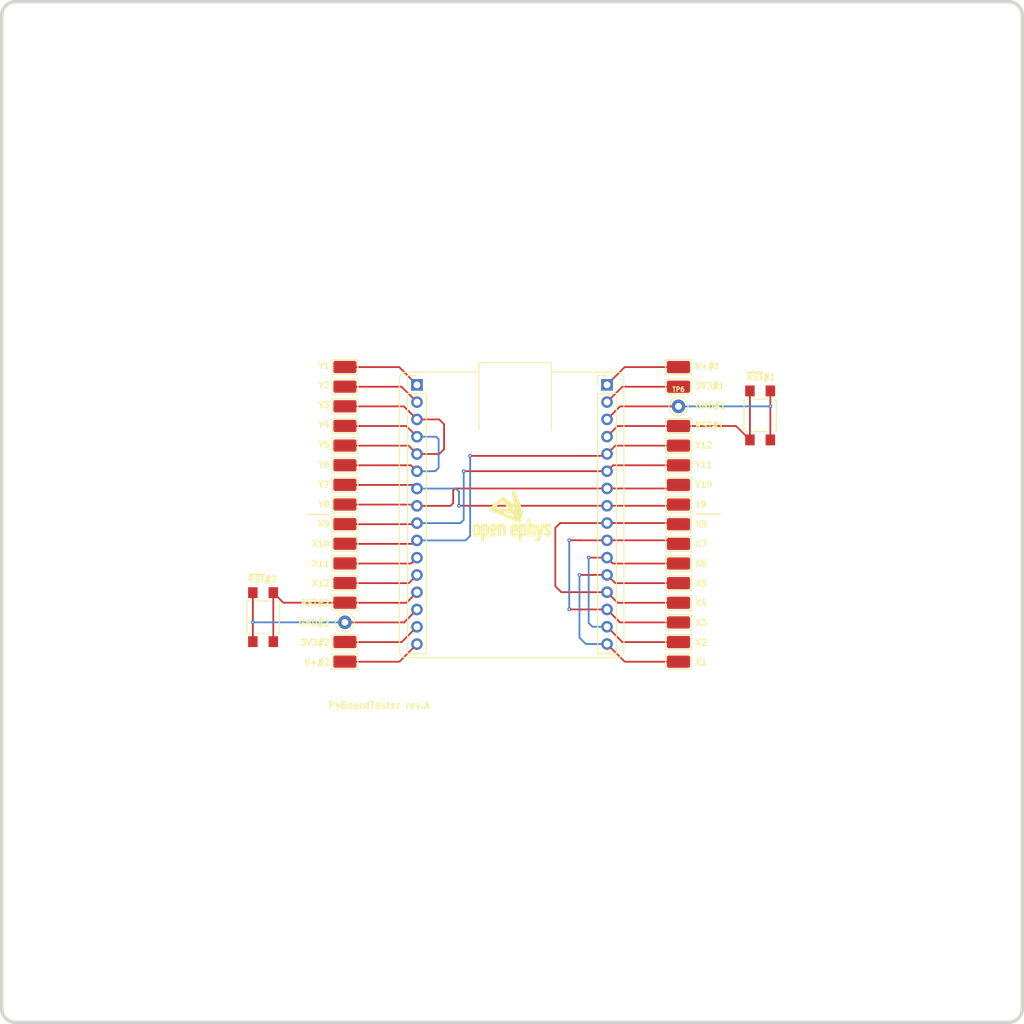
<source format=kicad_pcb>
(kicad_pcb (version 20241229) (generator "pcbnew") (generator_version "9.0")
  (layers (0 "F.Cu" signal) (2 "B.Cu" signal) (13 "F.Paste" user) (15 "B.Paste" user) (5 "F.SilkS" user "F.Silkscreen") (7 "B.SilkS" user "B.Silkscreen") (1 "F.Mask" user) (3 "B.Mask" user) (25 "Edge.Cuts" user))
  (net 0 "")
  (net 1 "/~{RST}#2")
  (net 2 "+3V3#2")
  (net 3 "V+#2")
  (net 4 "V+#1")
  (net 5 "+3V3#1")
  (net 6 "/~{RST}#1")
  (net 7 "/PC5-X12")
  (net 8 "/PC7-Y2")
  (net 9 "GND#2")
  (net 10 "/PB13-Y6")
  (net 11 "/PB12-Y5")
  (net 12 "/PC6-Y1")
  (net 13 "/PA2-X3")
  (net 14 "/PA3-X4")
  (net 15 "/PC4-X11")
  (net 16 "/PA0-X1")
  (net 17 "/PB0-Y11")
  (net 18 "/PB11-Y10")
  (net 19 "GND#1")
  (net 20 "/PB1-Y12")
  (net 21 "/PB10-Y9")
  (net 22 "/PA1-X2")
  (footprint "TestPoint:TestPoint_Keystone_5015_Micro_Mini" (layer "F.Cu") (at 70.440681 82.689022)
    (property "Reference" "TP1" (hide yes))
    (property "Value" "TestPoint")
    (pad "1" smd roundrect (at 0 0) (size 3.4 1.8) (layers "F.Cu" "F.Mask" "F.Paste") (roundrect_rratio 0.1388888889) (net 12 "/PC6-Y1"))
  )
  (footprint "TestPoint:TestPoint_Keystone_5015_Micro_Mini" (layer "F.Cu") (at 70.440681 97.122355)
    (property "Reference" "TP11" (hide yes))
    (property "Value" "TestPoint")
    (pad "1" smd roundrect (at 0 0) (size 3.4 1.8) (layers "F.Cu" "F.Mask" "F.Paste") (roundrect_rratio 0.1388888889) (net 10 "/PB13-Y6"))
  )
  (footprint "TestPoint:TestPoint_Keystone_5015_Micro_Mini" (layer "F.Cu") (at 119.464 111.5673)
    (property "Reference" "TP22" (hide yes))
    (property "Value" "TestPoint")
    (pad "1" smd roundrect (at 0 0) (size 3.4 1.8) (layers "F.Cu" "F.Mask" "F.Paste") (roundrect_rratio 0.1388888889) (net 22 "/PA1-X2"))
  )
  (footprint "TestPoint:TestPoint_Keystone_5000-5004_Miniature" (layer "F.Cu") (at 70.440681 120.215689)
    (property "Reference" "TP27" (hide yes))
    (property "Value" "TestPoint")
    (pad "1" thru_hole circle (at 0 0) (size 2 2) (drill 1) (layers "*.Cu" "*.Mask") (net 9 "GND#2"))
  )
  (footprint "TestPoint:TestPoint_Keystone_5015_Micro_Mini" (layer "F.Cu") (at 119.464 114.453966)
    (property "Reference" "TP24" (hide yes))
    (property "Value" "TestPoint")
    (pad "1" smd roundrect (at 0 0) (size 3.4 1.8) (layers "F.Cu" "F.Mask" "F.Paste") (roundrect_rratio 0.1388888889) (net 16 "/PA0-X1"))
  )
  (footprint "TestPoint:TestPoint_Keystone_5015_Micro_Mini" (layer "F.Cu") (at 70.440681 85.575689)
    (property "Reference" "TP3" (hide yes))
    (property "Value" "TestPoint")
    (pad "1" smd roundrect (at 0 0) (size 3.4 1.8) (layers "F.Cu" "F.Mask" "F.Paste") (roundrect_rratio 0.1388888889) (net 8 "/PC7-Y2"))
  )
  (footprint "TestPoint:TestPoint_Keystone_5015_Micro_Mini" (layer "F.Cu") (at 119.464 126.000633)
    (property "Reference" "TP32" (hide yes))
    (property "Value" "TestPoint")
    (pad "1" smd roundrect (at 0 0) (size 3.4 1.8) (layers "F.Cu" "F.Mask" "F.Paste") (roundrect_rratio 0.1388888889) (net 16 "/PA0-X1"))
  )
  (footprint "TestPoint:TestPoint_Keystone_5015_Micro_Mini" (layer "F.Cu") (at 119.464 100.020633)
    (property "Reference" "TP14" (hide yes))
    (property "Value" "TestPoint")
    (pad "1" smd roundrect (at 0 0) (size 3.4 1.8) (layers "F.Cu" "F.Mask" "F.Paste") (roundrect_rratio 0.1388888889) (net 18 "/PB11-Y10"))
  )
  (footprint "TestPoint:TestPoint_Keystone_5015_Micro_Mini" (layer "F.Cu") (at 70.440681 117.329022)
    (property "Reference" "TP25" (hide yes))
    (property "Value" "TestPoint")
    (pad "1" smd roundrect (at 0 0) (size 3.4 1.8) (layers "F.Cu" "F.Mask" "F.Paste") (roundrect_rratio 0.1388888889) (net 1 "/~{RST}#2"))
  )
  (footprint "TestPoint:TestPoint_Keystone_5015_Micro_Mini" (layer "F.Cu") (at 70.440681 105.782355)
    (property "Reference" "TP17" (hide yes))
    (property "Value" "TestPoint")
    (pad "1" smd roundrect (at 0 0) (size 3.4 1.8) (layers "F.Cu" "F.Mask" "F.Paste") (roundrect_rratio 0.1388888889) (net 17 "/PB0-Y11"))
  )
  (footprint "TestPoint:TestPoint_Keystone_5015_Micro_Mini" (layer "F.Cu") (at 119.464 94.2473)
    (property "Reference" "TP10" (hide yes))
    (property "Value" "TestPoint")
    (pad "1" smd roundrect (at 0 0) (size 3.4 1.8) (layers "F.Cu" "F.Mask" "F.Paste") (roundrect_rratio 0.1388888889) (net 20 "/PB1-Y12"))
  )
  (footprint "TestPoint:TestPoint_Keystone_5015_Micro_Mini" (layer "F.Cu") (at 70.440681 94.235689)
    (property "Reference" "TP9" (hide yes))
    (property "Value" "TestPoint")
    (pad "1" smd roundrect (at 0 0) (size 3.4 1.8) (layers "F.Cu" "F.Mask" "F.Paste") (roundrect_rratio 0.1388888889) (net 11 "/PB12-Y5"))
  )
  (footprint "Button_Switch_SMD:SW_SPST_TL3305B" (layer "F.Cu") (at 131.464 89.800633 90)
    (property "Reference" "~{RST}#1" (at 5.6 0.15 0) (layer "F.SilkS") (effects (font (size 0.9 0.9) (thickness 0.2) (bold yes))))
    (property "Value" "SW_SPST")
    (pad "1" smd rect (at -3.6 -1.5 90) (size 1.6 1.4) (layers "F.Cu" "F.Mask" "F.Paste") (net 6 "/~{RST}#1"))
    (pad "1" smd rect (at 3.6 -1.5 90) (size 1.6 1.4) (layers "F.Cu" "F.Mask" "F.Paste") (net 6 "/~{RST}#1"))
    (pad "2" smd rect (at -3.6 1.5 90) (size 1.6 1.4) (layers "F.Cu" "F.Mask" "F.Paste") (net 19 "GND#1"))
    (pad "2" smd rect (at 3.6 1.5 90) (size 1.6 1.4) (layers "F.Cu" "F.Mask" "F.Paste") (net 19 "GND#1"))
  )
  (footprint "TestPoint:TestPoint_Keystone_5015_Micro_Mini" (layer "F.Cu") (at 70.440681 111.555689)
    (property "Reference" "TP21" (hide yes))
    (property "Value" "TestPoint")
    (pad "1" smd roundrect (at 0 0) (size 3.4 1.8) (layers "F.Cu" "F.Mask" "F.Paste") (roundrect_rratio 0.1388888889) (net 15 "/PC4-X11"))
  )
  (footprint "TestPoint:TestPoint_Keystone_5015_Micro_Mini" (layer "F.Cu") (at 119.464 108.680633)
    (property "Reference" "TP20" (hide yes))
    (property "Value" "TestPoint")
    (pad "1" smd roundrect (at 0 0) (size 3.4 1.8) (layers "F.Cu" "F.Mask" "F.Paste") (roundrect_rratio 0.1388888889) (net 13 "/PA2-X3"))
  )
  (footprint "TestPoint:TestPoint_Keystone_5015_Micro_Mini" (layer "F.Cu") (at 119.464 117.340633)
    (property "Reference" "TP26" (hide yes))
    (property "Value" "TestPoint")
    (pad "1" smd roundrect (at 0 0) (size 3.4 1.8) (layers "F.Cu" "F.Mask" "F.Paste") (roundrect_rratio 0.1388888889) (net 14 "/PA3-X4"))
  )
  (footprint "TestPoint:TestPoint_Keystone_5015_Micro_Mini" (layer "F.Cu") (at 119.464 120.2273)
    (property "Reference" "TP28" (hide yes))
    (property "Value" "TestPoint")
    (pad "1" smd roundrect (at 0 0) (size 3.4 1.8) (layers "F.Cu" "F.Mask" "F.Paste") (roundrect_rratio 0.1388888889) (net 13 "/PA2-X3"))
  )
  (footprint "TestPoint:TestPoint_Keystone_5015_Micro_Mini" (layer "F.Cu") (at 70.440681 88.462355)
    (property "Reference" "TP5" (hide yes))
    (property "Value" "TestPoint")
    (pad "1" smd roundrect (at 0 0) (size 3.4 1.8) (layers "F.Cu" "F.Mask" "F.Paste") (roundrect_rratio 0.1388888889) (net 11 "/PB12-Y5"))
  )
  (footprint "TestPoint:TestPoint_Keystone_5015_Micro_Mini" (layer "F.Cu") (at 70.440681 91.349022)
    (property "Reference" "TP7" (hide yes))
    (property "Value" "TestPoint")
    (pad "1" smd roundrect (at 0 0) (size 3.4 1.8) (layers "F.Cu" "F.Mask" "F.Paste") (roundrect_rratio 0.1388888889) (net 10 "/PB13-Y6"))
  )
  (footprint "TestPoint:TestPoint_Keystone_5015_Micro_Mini" (layer "F.Cu") (at 119.464 123.113966)
    (property "Reference" "TP30" (hide yes))
    (property "Value" "TestPoint")
    (pad "1" smd roundrect (at 0 0) (size 3.4 1.8) (layers "F.Cu" "F.Mask" "F.Paste") (roundrect_rratio 0.1388888889) (net 22 "/PA1-X2"))
  )
  (footprint "TestPoint:TestPoint_Keystone_5015_Micro_Mini" (layer "F.Cu") (at 70.440681 102.895689)
    (property "Reference" "TP15" (hide yes))
    (property "Value" "TestPoint")
    (pad "1" smd roundrect (at 0 0) (size 3.4 1.8) (layers "F.Cu" "F.Mask" "F.Paste") (roundrect_rratio 0.1388888889) (net 18 "/PB11-Y10"))
  )
  (footprint "Connector_PinHeader_2.54mm:PinHeader_1x16_P2.54mm_Vertical" (layer "F.Cu") (at 81.03 85.312633)
    (property "Reference" "J1" (hide yes))
    (property "Value" "Conn_01x08")
    (pad "1" thru_hole rect (at 0 0) (size 1.7 1.7) (drill 1) (layers "*.Cu" "*.Mask") (net 12 "/PC6-Y1"))
    (pad "2" thru_hole circle (at 0 2.54) (size 1.7 1.7) (drill 1) (layers "*.Cu" "*.Mask") (net 8 "/PC7-Y2"))
    (pad "3" thru_hole circle (at 0 5.08) (size 1.7 1.7) (drill 1) (layers "*.Cu" "*.Mask") (net 11 "/PB12-Y5"))
    (pad "4" thru_hole circle (at 0 7.62) (size 1.7 1.7) (drill 1) (layers "*.Cu" "*.Mask") (net 10 "/PB13-Y6"))
    (pad "5" thru_hole circle (at 0 10.16) (size 1.7 1.7) (drill 1) (layers "*.Cu" "*.Mask") (net 11 "/PB12-Y5"))
    (pad "6" thru_hole circle (at 0 12.7) (size 1.7 1.7) (drill 1) (layers "*.Cu" "*.Mask") (net 10 "/PB13-Y6"))
    (pad "7" thru_hole circle (at 0 15.24) (size 1.7 1.7) (drill 1) (layers "*.Cu" "*.Mask") (net 21 "/PB10-Y9"))
    (pad "8" thru_hole circle (at 0 17.78) (size 1.7 1.7) (drill 1) (layers "*.Cu" "*.Mask") (net 18 "/PB11-Y10"))
    (pad "9" thru_hole circle (at 0 20.32) (size 1.7 1.7) (drill 1) (layers "*.Cu" "*.Mask") (net 17 "/PB0-Y11"))
    (pad "10" thru_hole circle (at 0 22.86) (size 1.7 1.7) (drill 1) (layers "*.Cu" "*.Mask") (net 20 "/PB1-Y12"))
    (pad "11" thru_hole circle (at 0 25.4) (size 1.7 1.7) (drill 1) (layers "*.Cu" "*.Mask") (net 15 "/PC4-X11"))
    (pad "12" thru_hole circle (at 0 27.94) (size 1.7 1.7) (drill 1) (layers "*.Cu" "*.Mask") (net 7 "/PC5-X12"))
    (pad "13" thru_hole circle (at 0 30.48) (size 1.7 1.7) (drill 1) (layers "*.Cu" "*.Mask") (net 1 "/~{RST}#2"))
    (pad "14" thru_hole circle (at 0 33.02) (size 1.7 1.7) (drill 1) (layers "*.Cu" "*.Mask") (net 9 "GND#2"))
    (pad "15" thru_hole circle (at 0 35.56) (size 1.7 1.7) (drill 1) (layers "*.Cu" "*.Mask") (net 2 "+3V3#2"))
    (pad "16" thru_hole circle (at 0 38.1) (size 1.7 1.7) (drill 1) (layers "*.Cu" "*.Mask") (net 3 "V+#2"))
  )
  (footprint "TestPoint:TestPoint_Keystone_5015_Micro_Mini" (layer "F.Cu") (at 70.440681 100.009022)
    (property "Reference" "TP13" (hide yes))
    (property "Value" "TestPoint")
    (pad "1" smd roundrect (at 0 0) (size 3.4 1.8) (layers "F.Cu" "F.Mask" "F.Paste") (roundrect_rratio 0.1388888889) (net 21 "/PB10-Y9"))
  )
  (footprint "TestPoint:TestPoint_Keystone_5015_Micro_Mini" (layer "F.Cu") (at 119.464 97.133966)
    (property "Reference" "TP12" (hide yes))
    (property "Value" "TestPoint")
    (pad "1" smd roundrect (at 0 0) (size 3.4 1.8) (layers "F.Cu" "F.Mask" "F.Paste") (roundrect_rratio 0.1388888889) (net 17 "/PB0-Y11"))
  )
  (footprint "TestPoint:TestPoint_Keystone_5015_Micro_Mini" (layer "F.Cu") (at 70.440681 114.442355)
    (property "Reference" "TP23" (hide yes))
    (property "Value" "TestPoint")
    (pad "1" smd roundrect (at 0 0) (size 3.4 1.8) (layers "F.Cu" "F.Mask" "F.Paste") (roundrect_rratio 0.1388888889) (net 7 "/PC5-X12"))
  )
  (footprint "TestPoint:TestPoint_Keystone_5015_Micro_Mini" (layer "F.Cu") (at 119.464 105.793966)
    (property "Reference" "TP18" (hide yes))
    (property "Value" "TestPoint")
    (pad "1" smd roundrect (at 0 0) (size 3.4 1.8) (layers "F.Cu" "F.Mask" "F.Paste") (roundrect_rratio 0.1388888889) (net 14 "/PA3-X4"))
  )
  (footprint "TestPoint:TestPoint_Keystone_5015_Micro_Mini" (layer "F.Cu") (at 119.464 102.9073)
    (property "Reference" "TP16" (hide yes))
    (property "Value" "TestPoint")
    (pad "1" smd roundrect (at 0 0) (size 3.4 1.8) (layers "F.Cu" "F.Mask" "F.Paste") (roundrect_rratio 0.1388888889) (net 21 "/PB10-Y9"))
  )
  (footprint "TestPoint:TestPoint_Keystone_5015_Micro_Mini" (layer "F.Cu") (at 119.464 82.700633)
    (property "Reference" "TP2" (hide yes))
    (property "Value" "TestPoint")
    (pad "1" smd roundrect (at 0 0) (size 3.4 1.8) (layers "F.Cu" "F.Mask" "F.Paste") (roundrect_rratio 0.1388888889) (net 4 "V+#1"))
  )
  (footprint "Button_Switch_SMD:SW_SPST_TL3305B" (layer "F.Cu") (at 58.414 119.450633 90)
    (property "Reference" "~{RST}#2" (at 5.55 -0.1 0) (layer "F.SilkS") (effects (font (size 0.9 0.9) (thickness 0.2) (bold yes))))
    (property "Value" "SW_SPST")
    (pad "1" smd rect (at -3.6 -1.5 90) (size 1.6 1.4) (layers "F.Cu" "F.Mask" "F.Paste") (net 9 "GND#2"))
    (pad "1" smd rect (at 3.6 -1.5 90) (size 1.6 1.4) (layers "F.Cu" "F.Mask" "F.Paste") (net 9 "GND#2"))
    (pad "2" smd rect (at -3.6 1.5 90) (size 1.6 1.4) (layers "F.Cu" "F.Mask" "F.Paste") (net 1 "/~{RST}#2"))
    (pad "2" smd rect (at 3.6 1.5 90) (size 1.6 1.4) (layers "F.Cu" "F.Mask" "F.Paste") (net 1 "/~{RST}#2"))
  )
  (footprint "PyBoardTester FootprintLib:OEPS Logo" (layer "F.Cu") (at 95 104.565833)
    (property "Reference" "REF**" (hide yes))
    (property "Value" "OEPS Logo" (hide yes))
  )
  (footprint "TestPoint:TestPoint_Keystone_5015_Micro_Mini" (layer "F.Cu") (at 119.464 91.360633)
    (property "Reference" "TP8" (hide yes))
    (property "Value" "TestPoint")
    (pad "1" smd roundrect (at 0 0) (size 3.4 1.8) (layers "F.Cu" "F.Mask" "F.Paste") (roundrect_rratio 0.1388888889) (net 6 "/~{RST}#1"))
  )
  (footprint "TestPoint:TestPoint_Keystone_5000-5004_Miniature" (layer "F.Cu") (at 119.464 88.473966)
    (property "Reference" "TP6" (at 0 -2.5 0) (layer "F.SilkS") (effects (font (size 0.6604 0.6604) (thickness 0.1524))))
    (property "Value" "TestPoint")
    (pad "1" thru_hole circle (at 0 0) (size 2 2) (drill 1) (layers "*.Cu" "*.Mask") (net 19 "GND#1"))
  )
  (footprint "Connector_PinHeader_2.54mm:PinHeader_1x16_P2.54mm_Vertical" (layer "F.Cu") (at 108.964 85.300633)
    (property "Reference" "J2" (hide yes))
    (property "Value" "Conn_01x08")
    (pad "1" thru_hole rect (at 0 0) (size 1.7 1.7) (drill 1) (layers "*.Cu" "*.Mask") (net 4 "V+#1"))
    (pad "2" thru_hole circle (at 0 2.54) (size 1.7 1.7) (drill 1) (layers "*.Cu" "*.Mask") (net 5 "+3V3#1"))
    (pad "3" thru_hole circle (at 0 5.08) (size 1.7 1.7) (drill 1) (layers "*.Cu" "*.Mask") (net 19 "GND#1"))
    (pad "4" thru_hole circle (at 0 7.62) (size 1.7 1.7) (drill 1) (layers "*.Cu" "*.Mask") (net 6 "/~{RST}#1"))
    (pad "5" thru_hole circle (at 0 10.16) (size 1.7 1.7) (drill 1) (layers "*.Cu" "*.Mask") (net 20 "/PB1-Y12"))
    (pad "6" thru_hole circle (at 0 12.7) (size 1.7 1.7) (drill 1) (layers "*.Cu" "*.Mask") (net 17 "/PB0-Y11"))
    (pad "7" thru_hole circle (at 0 15.24) (size 1.7 1.7) (drill 1) (layers "*.Cu" "*.Mask") (net 18 "/PB11-Y10"))
    (pad "8" thru_hole circle (at 0 17.78) (size 1.7 1.7) (drill 1) (layers "*.Cu" "*.Mask") (net 21 "/PB10-Y9"))
    (pad "9" thru_hole circle (at 0 20.32) (size 1.7 1.7) (drill 1) (layers "*.Cu" "*.Mask") (net 14 "/PA3-X4"))
    (pad "10" thru_hole circle (at 0 22.86) (size 1.7 1.7) (drill 1) (layers "*.Cu" "*.Mask") (net 13 "/PA2-X3"))
    (pad "11" thru_hole circle (at 0 25.4) (size 1.7 1.7) (drill 1) (layers "*.Cu" "*.Mask") (net 22 "/PA1-X2"))
    (pad "12" thru_hole circle (at 0 27.94) (size 1.7 1.7) (drill 1) (layers "*.Cu" "*.Mask") (net 16 "/PA0-X1"))
    (pad "13" thru_hole circle (at 0 30.48) (size 1.7 1.7) (drill 1) (layers "*.Cu" "*.Mask") (net 14 "/PA3-X4"))
    (pad "14" thru_hole circle (at 0 33.02) (size 1.7 1.7) (drill 1) (layers "*.Cu" "*.Mask") (net 13 "/PA2-X3"))
    (pad "15" thru_hole circle (at 0 35.56) (size 1.7 1.7) (drill 1) (layers "*.Cu" "*.Mask") (net 22 "/PA1-X2"))
    (pad "16" thru_hole circle (at 0 38.1) (size 1.7 1.7) (drill 1) (layers "*.Cu" "*.Mask") (net 16 "/PA0-X1"))
  )
  (footprint "TestPoint:TestPoint_Keystone_5015_Micro_Mini" (layer "F.Cu") (at 70.440681 108.669022)
    (property "Reference" "TP19" (hide yes))
    (property "Value" "TestPoint")
    (pad "1" smd roundrect (at 0 0) (size 3.4 1.8) (layers "F.Cu" "F.Mask" "F.Paste") (roundrect_rratio 0.1388888889) (net 20 "/PB1-Y12"))
  )
  (footprint "TestPoint:TestPoint_Keystone_5015_Micro_Mini" (layer "F.Cu") (at 70.440681 125.989022)
    (property "Reference" "TP31" (hide yes))
    (property "Value" "TestPoint")
    (pad "1" smd roundrect (at 0 0) (size 3.4 1.8) (layers "F.Cu" "F.Mask" "F.Paste") (roundrect_rratio 0.1388888889) (net 3 "V+#2"))
  )
  (footprint "TestPoint:TestPoint_Keystone_5015_Micro_Mini" (layer "F.Cu") (at 119.464 85.5873)
    (property "Reference" "TP4" (hide yes))
    (property "Value" "TestPoint")
    (pad "1" smd roundrect (at 0 0) (size 3.4 1.8) (layers "F.Cu" "F.Mask" "F.Paste") (roundrect_rratio 0.1388888889) (net 5 "+3V3#1"))
  )
  (footprint "TestPoint:TestPoint_Keystone_5015_Micro_Mini" (layer "F.Cu") (at 70.440681 123.102355)
    (property "Reference" "TP29" (hide yes))
    (property "Value" "TestPoint")
    (pad "1" smd roundrect (at 0 0) (size 3.4 1.8) (layers "F.Cu" "F.Mask" "F.Paste") (roundrect_rratio 0.1388888889) (net 2 "+3V3#2"))
  )
  (gr_arc (start 78.439 84.450633) (mid 78.731893 83.743526) (end 79.439 83.450633) (stroke (width 0.1524)) (layer "F.SilkS"))
  (gr_line (start 79.439 83.450633) (end 90.139 83.450633) (stroke (width 0.1524)) (layer "F.SilkS"))
  (gr_line (start 110.439 125.400633) (end 79.439 125.400633) (stroke (width 0.1524)) (layer "F.SilkS"))
  (gr_line (start 90.139 82.050633) (end 100.789 82.050633) (stroke (width 0.1524)) (layer "F.SilkS"))
  (gr_line (start 78.439 124.400633) (end 78.439 84.450633) (stroke (width 0.1524)) (layer "F.SilkS"))
  (gr_arc (start 110.439 83.450633) (mid 111.146107 83.743526) (end 111.439 84.450633) (stroke (width 0.1524)) (layer "F.SilkS"))
  (gr_arc (start 111.439 124.400633) (mid 111.146107 125.10774) (end 110.439 125.400633) (stroke (width 0.1524)) (layer "F.SilkS"))
  (gr_line (start 121.8836 104.290633) (end 125.7444 104.290633) (stroke (width 0.1778)) (layer "F.SilkS"))
  (gr_line (start 100.789 82.050633) (end 100.789 92.000633) (stroke (width 0.1524)) (layer "F.SilkS"))
  (gr_line (start 90.139 92.000633) (end 90.139 82.050633) (stroke (width 0.1524)) (layer "F.SilkS"))
  (gr_line (start 111.439 84.450633) (end 111.439 124.400633) (stroke (width 0.1524)) (layer "F.SilkS"))
  (gr_line (start 100.789 83.450633) (end 110.439 83.450633) (stroke (width 0.1524)) (layer "F.SilkS"))
  (gr_line (start 64.918856 104.344299) (end 68.144656 104.344299) (stroke (width 0.1778)) (layer "F.SilkS"))
  (gr_arc (start 79.439 125.400633) (mid 78.731893 125.10774) (end 78.439 124.400633) (stroke (width 0.1524)) (layer "F.SilkS"))
  (gr_line (start 170 31) (end 170 177) (stroke (width 0.5)) (layer "Edge.Cuts"))
  (gr_arc (start 22 179) (mid 20.585786 178.414214) (end 20 177) (stroke (width 0.5)) (layer "Edge.Cuts"))
  (gr_line (start 22 29) (end 168 29) (stroke (width 0.5)) (layer "Edge.Cuts"))
  (gr_line (start 168 179) (end 22 179) (stroke (width 0.5)) (layer "Edge.Cuts"))
  (gr_arc (start 168 29) (mid 169.414214 29.585786) (end 170 31) (stroke (width 0.5)) (layer "Edge.Cuts"))
  (gr_line (start 20 177) (end 20 31) (stroke (width 0.5)) (layer "Edge.Cuts"))
  (gr_arc (start 170 177) (mid 169.414214 178.414214) (end 168 179) (stroke (width 0.5)) (layer "Edge.Cuts"))
  (gr_arc (start 20 31) (mid 20.585786 29.585786) (end 22 29) (stroke (width 0.5)) (layer "Edge.Cuts"))
  (gr_text "GND#1" (at 121.814 88.891966 0) (layer "F.SilkS") (effects (font (size 0.9 0.9) (thickness 0.2) (bold yes)) (justify left bottom)))
  (gr_text "Y3" (at 66.406857 88.797301 0) (layer "F.SilkS") (effects (font (size 0.9 0.9) (thickness 0.2) (bold yes)) (justify left bottom)))
  (gr_text "X1" (at 121.814 126.600633 0) (layer "F.SilkS") (effects (font (size 0.9 0.9) (thickness 0.2) (bold yes)) (justify left bottom)))
  (gr_text "X8" (at 121.814 106.295966 0) (layer "F.SilkS") (effects (font (size 0.9 0.9) (thickness 0.2) (bold yes)) (justify left bottom)))
  (gr_text "Y10" (at 121.814 100.494633 0) (layer "F.SilkS") (effects (font (size 0.9 0.9) (thickness 0.2) (bold yes)) (justify left bottom)))
  (gr_text "Y2" (at 66.406857 85.893967 0) (layer "F.SilkS") (effects (font (size 0.9 0.9) (thickness 0.2) (bold yes)) (justify left bottom)))
  (gr_text "X11" (at 65.464 112.100633 0) (layer "F.SilkS") (effects (font (size 0.9 0.9) (thickness 0.2) (bold yes)) (justify left bottom)))
  (gr_text "Y11" (at 121.814 97.593966 0) (layer "F.SilkS") (effects (font (size 0.9 0.9) (thickness 0.2) (bold yes)) (justify left bottom)))
  (gr_text "Y8" (at 66.406857 103.390633 0) (layer "F.SilkS") (effects (font (size 0.9 0.9) (thickness 0.2) (bold yes)) (justify left bottom)))
  (gr_text "3V3#2" (at 63.792571 123.713967 0) (layer "F.SilkS") (effects (font (size 0.9 0.9) (thickness 0.2) (bold yes)) (justify left bottom)))
  (gr_text "X3" (at 121.814 120.7993 0) (layer "F.SilkS") (effects (font (size 0.9 0.9) (thickness 0.2) (bold yes)) (justify left bottom)))
  (gr_text "V+#2" (at 64.392571 126.6173 0) (layer "F.SilkS") (effects (font (size 0.9 0.9) (thickness 0.2) (bold yes)) (justify left bottom)))
  (gr_text "Y4" (at 66.406857 91.700634 0) (layer "F.SilkS") (effects (font (size 0.9 0.9) (thickness 0.2) (bold yes)) (justify left bottom)))
  (gr_text "Y7" (at 66.406857 100.4873 0) (layer "F.SilkS") (effects (font (size 0.9 0.9) (thickness 0.2) (bold yes)) (justify left bottom)))
  (gr_text "Y6" (at 66.406857 97.583967 0) (layer "F.SilkS") (effects (font (size 0.9 0.9) (thickness 0.2) (bold yes)) (justify left bottom)))
  (gr_text "X7" (at 121.814 109.196633 0) (layer "F.SilkS") (effects (font (size 0.9 0.9) (thickness 0.2) (bold yes)) (justify left bottom)))
  (gr_text "X6" (at 121.814 112.0973 0) (layer "F.SilkS") (effects (font (size 0.9 0.9) (thickness 0.2) (bold yes)) (justify left bottom)))
  (gr_text "PyBoardTester rev.A" (at 75.45 132.4 0) (layer "F.SilkS") (effects (font (size 1 1) (thickness 0.2032) (bold yes))))
  (gr_text "Y9" (at 121.814 103.3953 0) (layer "F.SilkS") (effects (font (size 0.9 0.9) (thickness 0.2) (bold yes)) (justify left bottom)))
  (gr_text "Y1" (at 66.406857 82.990634 0) (layer "F.SilkS") (effects (font (size 0.9 0.9) (thickness 0.2) (bold yes)) (justify left bottom)))
  (gr_text "RST#1" (at 121.814 91.792633 0) (layer "F.SilkS") (effects (font (size 0.9 0.9) (thickness 0.2) (bold yes)) (justify left bottom)))
  (gr_text "X4" (at 121.814 117.898633 0) (layer "F.SilkS") (effects (font (size 0.9 0.9) (thickness 0.2) (bold yes)) (justify left bottom)))
  (gr_text "X2" (at 121.814 123.699966 0) (layer "F.SilkS") (effects (font (size 0.9 0.9) (thickness 0.2) (bold yes)) (justify left bottom)))
  (gr_text "X10" (at 65.464 109.1973 0) (layer "F.SilkS") (effects (font (size 0.9 0.9) (thickness 0.2) (bold yes)) (justify left bottom)))
  (gr_text "X5" (at 121.814 114.997966 0) (layer "F.SilkS") (effects (font (size 0.9 0.9) (thickness 0.2) (bold yes)) (justify left bottom)))
  (gr_text "V+#1" (at 121.814 83.090633 0) (layer "F.SilkS") (effects (font (size 0.9 0.9) (thickness 0.2) (bold yes)) (justify left bottom)))
  (gr_text "Y5" (at 66.406857 94.603967 0) (layer "F.SilkS") (effects (font (size 0.9 0.9) (thickness 0.2) (bold yes)) (justify left bottom)))
  (gr_text "X9" (at 66.321143 106.293967 0) (layer "F.SilkS") (effects (font (size 0.9 0.9) (thickness 0.2) (bold yes)) (justify left bottom)))
  (gr_text "GND#2" (at 63.535429 120.810633 0) (layer "F.SilkS") (effects (font (size 0.9 0.9) (thickness 0.2) (bold yes)) (justify left bottom)))
  (gr_text "X12" (at 65.464 115.003967 0) (layer "F.SilkS") (effects (font (size 0.9 0.9) (thickness 0.2) (bold yes)) (justify left bottom)))
  (gr_text "3V3#1" (at 121.814 85.9913 0) (layer "F.SilkS") (effects (font (size 0.9 0.9) (thickness 0.2) (bold yes)) (justify left bottom)))
  (gr_text "RST#2" (at 63.835429 117.9073 0) (layer "F.SilkS") (effects (font (size 0.9 0.9) (thickness 0.2) (bold yes)) (justify left bottom)))
  (gr_text "Y12" (at 121.814 94.6933 0) (layer "F.SilkS") (effects (font (size 0.9 0.9) (thickness 0.2) (bold yes)) (justify left bottom)))
  (segment (start 61.392389 117.329022) (end 70.440681 117.329022) (width 0.26) (layer "F.Cu") (net 1))
  (segment (start 70.440681 117.329022) (end 70.42907 117.340633) (width 0.26) (layer "F.Cu") (net 1))
  (segment (start 79.482 117.340633) (end 81.03 115.792633) (width 0.26) (layer "F.Cu") (net 1))
  (segment (start 59.914 115.850633) (end 61.392389 117.329022) (width 0.26) (layer "F.Cu") (net 1))
  (segment (start 59.914 123.050633) (end 59.914 115.850633) (width 0.26) (layer "F.Cu") (net 1))
  (segment (start 70.452292 117.340633) (end 79.482 117.340633) (width 0.26) (layer "F.Cu") (net 1))
  (segment (start 70.440681 117.329022) (end 70.452292 117.340633) (width 0.26) (layer "F.Cu") (net 1))
  (segment (start 70.440681 123.102355) (end 70.452292 123.113966) (width 0.26) (layer "F.Cu") (net 2))
  (segment (start 70.452292 123.113966) (end 78.788667 123.113966) (width 0.26) (layer "F.Cu") (net 2))
  (segment (start 78.788667 123.113966) (end 81.03 120.872633) (width 0.26) (layer "F.Cu") (net 2))
  (segment (start 70.452292 126.000633) (end 70.440681 125.989022) (width 0.26) (layer "F.Cu") (net 3))
  (segment (start 81.03 123.412633) (end 78.442 126.000633) (width 0.26) (layer "F.Cu") (net 3))
  (segment (start 78.442 126.000633) (end 70.452292 126.000633) (width 0.26) (layer "F.Cu") (net 3))
  (segment (start 111.564 82.700633) (end 119.464 82.700633) (width 0.26) (layer "F.Cu") (net 4))
  (segment (start 108.964 85.300633) (end 111.564 82.700633) (width 0.26) (layer "F.Cu") (net 4))
  (segment (start 108.964 87.840633) (end 111.217333 85.5873) (width 0.26) (layer "F.Cu") (net 5))
  (segment (start 111.217333 85.5873) (end 119.464 85.5873) (width 0.26) (layer "F.Cu") (net 5))
  (segment (start 127.924 91.360633) (end 129.964 93.400633) (width 0.26) (layer "F.Cu") (net 6))
  (segment (start 119.464 91.360633) (end 127.924 91.360633) (width 0.26) (layer "F.Cu") (net 6))
  (segment (start 108.964 92.920633) (end 110.524 91.360633) (width 0.26) (layer "F.Cu") (net 6))
  (segment (start 110.524 91.360633) (end 119.464 91.360633) (width 0.26) (layer "F.Cu") (net 6))
  (segment (start 129.964 86.200633) (end 129.964 93.400633) (width 0.26) (layer "F.Cu") (net 6))
  (segment (start 79.828667 114.453966) (end 81.03 113.252633) (width 0.26) (layer "F.Cu") (net 7))
  (segment (start 70.440681 114.442355) (end 70.452292 114.453966) (width 0.26) (layer "F.Cu") (net 7))
  (segment (start 70.452292 114.453966) (end 79.828667 114.453966) (width 0.26) (layer "F.Cu") (net 7))
  (segment (start 78.764667 85.5873) (end 81.03 87.852633) (width 0.26) (layer "F.Cu") (net 8))
  (segment (start 70.452292 85.5873) (end 78.764667 85.5873) (width 0.26) (layer "F.Cu") (net 8))
  (segment (start 70.440681 85.575689) (end 70.452292 85.5873) (width 0.26) (layer "F.Cu") (net 8))
  (segment (start 70.452292 120.2273) (end 79.135333 120.2273) (width 0.26) (layer "F.Cu") (net 9))
  (segment (start 56.914 120.200633) (end 56.914 115.850633) (width 0.26) (layer "F.Cu") (net 9))
  (segment (start 56.914 123.050633) (end 56.914 120.200633) (width 0.26) (layer "F.Cu") (net 9))
  (segment (start 79.135333 120.2273) (end 81.03 118.332633) (width 0.26) (layer "F.Cu") (net 9))
  (segment (start 70.440681 120.215689) (end 70.452292 120.2273) (width 0.26) (layer "F.Cu") (net 9))
  (via (at 56.914 120.200633) (size 0.55) (drill 0.22) (layers "F.Cu" "B.Cu") (net 9))
  (segment (start 56.914 120.200633) (end 56.964 120.200633) (width 0.26) (layer "B.Cu") (net 9))
  (segment (start 56.979056 120.215689) (end 70.440681 120.215689) (width 0.26) (layer "B.Cu") (net 9))
  (segment (start 56.964 120.200633) (end 56.979056 120.215689) (width 0.26) (layer "B.Cu") (net 9))
  (segment (start 70.452292 97.133966) (end 80.151333 97.133966) (width 0.26) (layer "F.Cu") (net 10))
  (segment (start 70.440681 91.349022) (end 70.452292 91.360633) (width 0.26) (layer "F.Cu") (net 10))
  (segment (start 70.452292 91.360633) (end 79.458 91.360633) (width 0.26) (layer "F.Cu") (net 10))
  (segment (start 79.458 91.360633) (end 81.03 92.932633) (width 0.26) (layer "F.Cu") (net 10))
  (segment (start 80.151333 97.133966) (end 81.03 98.012633) (width 0.26) (layer "F.Cu") (net 10))
  (segment (start 70.440681 97.122355) (end 70.452292 97.133966) (width 0.26) (layer "F.Cu") (net 10))
  (segment (start 81.048 92.950633) (end 81.03 92.932633) (width 0.26) (layer "F.Cu") (net 10))
  (segment (start 84.214 97.500633) (end 83.714 98.000633) (width 0.26) (layer "B.Cu") (net 10))
  (segment (start 83.846 92.932633) (end 84.214 93.300633) (width 0.26) (layer "B.Cu") (net 10))
  (segment (start 84.214 93.300633) (end 84.214 97.500633) (width 0.26) (layer "B.Cu") (net 10))
  (segment (start 83.714 98.000633) (end 82.914 98.000633) (width 0.26) (layer "B.Cu") (net 10))
  (segment (start 81.03 92.932633) (end 83.846 92.932633) (width 0.26) (layer "B.Cu") (net 10))
  (segment (start 82.902 98.012633) (end 81.03 98.012633) (width 0.26) (layer "B.Cu") (net 10))
  (segment (start 82.914 98.000633) (end 82.902 98.012633) (width 0.26) (layer "B.Cu") (net 10))
  (segment (start 79.111333 88.473966) (end 81.03 90.392633) (width 0.26) (layer "F.Cu") (net 11))
  (segment (start 85.014 94.750633) (end 84.292 95.472633) (width 0.26) (layer "F.Cu") (net 11))
  (segment (start 70.440681 88.462355) (end 70.452292 88.473966) (width 0.26) (layer "F.Cu") (net 11))
  (segment (start 79.804667 94.2473) (end 81.03 95.472633) (width 0.26) (layer "F.Cu") (net 11))
  (segment (start 85.014 91.100633) (end 85.014 94.750633) (width 0.26) (layer "F.Cu") (net 11))
  (segment (start 84.306 90.392633) (end 85.014 91.100633) (width 0.26) (layer "F.Cu") (net 11))
  (segment (start 81.03 90.392633) (end 84.306 90.392633) (width 0.26) (layer "F.Cu") (net 11))
  (segment (start 70.452292 94.2473) (end 79.804667 94.2473) (width 0.26) (layer "F.Cu") (net 11))
  (segment (start 81.088 90.450633) (end 81.03 90.392633) (width 0.26) (layer "F.Cu") (net 11))
  (segment (start 70.440681 94.235689) (end 70.452292 94.2473) (width 0.26) (layer "F.Cu") (net 11))
  (segment (start 84.292 95.472633) (end 81.03 95.472633) (width 0.26) (layer "F.Cu") (net 11))
  (segment (start 70.452292 88.473966) (end 79.111333 88.473966) (width 0.26) (layer "F.Cu") (net 11))
  (segment (start 70.440681 82.689022) (end 70.452292 82.700633) (width 0.26) (layer "F.Cu") (net 12))
  (segment (start 70.452292 82.700633) (end 78.418 82.700633) (width 0.26) (layer "F.Cu") (net 12))
  (segment (start 78.418 82.700633) (end 81.03 85.312633) (width 0.26) (layer "F.Cu") (net 12))
  (segment (start 108.964 108.160633) (end 105.124 108.160633) (width 0.26) (layer "F.Cu") (net 13))
  (segment (start 108.964 108.160633) (end 118.944 108.160633) (width 0.26) (layer "F.Cu") (net 13))
  (segment (start 105.124 108.160633) (end 105.114 108.150633) (width 0.26) (layer "F.Cu") (net 13))
  (segment (start 103.414 118.300633) (end 103.814 118.300633) (width 0.26) (layer "F.Cu") (net 13))
  (segment (start 110.870667 120.2273) (end 119.464 120.2273) (width 0.26) (layer "F.Cu") (net 13))
  (segment (start 108.964 118.320633) (end 110.870667 120.2273) (width 0.26) (layer "F.Cu") (net 13))
  (segment (start 103.834 118.320633) (end 108.964 118.320633) (width 0.26) (layer "F.Cu") (net 13))
  (segment (start 118.944 108.160633) (end 119.464 108.680633) (width 0.26) (layer "F.Cu") (net 13))
  (segment (start 103.814 118.300633) (end 103.834 118.320633) (width 0.26) (layer "F.Cu") (net 13))
  (segment (start 105.114 108.150633) (end 103.414 108.150633) (width 0.26) (layer "F.Cu") (net 13))
  (via (at 103.414 108.150633) (size 0.55) (drill 0.22) (layers "F.Cu" "B.Cu") (net 13))
  (via (at 103.414 118.300633) (size 0.55) (drill 0.22) (layers "F.Cu" "B.Cu") (net 13))
  (segment (start 103.414 108.150633) (end 103.414 117.500633) (width 0.26) (layer "B.Cu") (net 13))
  (segment (start 103.414 117.500633) (end 103.414 118.300633) (width 0.26) (layer "B.Cu") (net 13))
  (segment (start 108.964 115.780633) (end 110.524 117.340633) (width 0.26) (layer "F.Cu") (net 14))
  (segment (start 108.964 105.620633) (end 119.290667 105.620633) (width 0.26) (layer "F.Cu") (net 14))
  (segment (start 110.524 117.340633) (end 119.464 117.340633) (width 0.26) (layer "F.Cu") (net 14))
  (segment (start 119.290667 105.620633) (end 119.464 105.793966) (width 0.26) (layer "F.Cu") (net 14))
  (segment (start 102.244 115.780633) (end 108.964 115.780633) (width 0.26) (layer "F.Cu") (net 14))
  (segment (start 101.364 114.900633) (end 102.244 115.780633) (width 0.26) (layer "F.Cu") (net 14))
  (segment (start 108.964 105.620633) (end 102.079367 105.620633) (width 0.26) (layer "F.Cu") (net 14))
  (segment (start 102.079367 105.620633) (end 101.364 106.336) (width 0.26) (layer "F.Cu") (net 14))
  (segment (start 101.364 106.336) (end 101.364 114.900633) (width 0.26) (layer "F.Cu") (net 14))
  (segment (start 70.440681 111.555689) (end 70.452292 111.5673) (width 0.26) (layer "F.Cu") (net 15))
  (segment (start 80.175333 111.5673) (end 81.03 110.712633) (width 0.26) (layer "F.Cu") (net 15))
  (segment (start 70.452292 111.5673) (end 80.175333 111.5673) (width 0.26) (layer "F.Cu") (net 15))
  (segment (start 108.964 113.240633) (end 106.874 113.240633) (width 0.26) (layer "F.Cu") (net 16))
  (segment (start 106.874 113.240633) (end 106.864 113.250633) (width 0.26) (layer "F.Cu") (net 16))
  (segment (start 106.864 113.250633) (end 104.914 113.250633) (width 0.26) (layer "F.Cu") (net 16))
  (segment (start 110.177333 114.453966) (end 119.464 114.453966) (width 0.26) (layer "F.Cu") (net 16))
  (segment (start 108.964 123.400633) (end 111.564 126.000633) (width 0.26) (layer "F.Cu") (net 16))
  (segment (start 111.564 126.000633) (end 119.464 126.000633) (width 0.26) (layer "F.Cu") (net 16))
  (segment (start 108.964 113.240633) (end 110.177333 114.453966) (width 0.26) (layer "F.Cu") (net 16))
  (via (at 104.914 113.250633) (size 0.55) (drill 0.22) (layers "F.Cu" "B.Cu") (net 16))
  (segment (start 105.850633 123.400633) (end 108.964 123.400633) (width 0.26) (layer "B.Cu") (net 16))
  (segment (start 104.914 122.464) (end 105.850633 123.400633) (width 0.26) (layer "B.Cu") (net 16))
  (segment (start 104.914 113.250633) (end 104.914 122.464) (width 0.26) (layer "B.Cu") (net 16))
  (segment (start 70.452292 105.793966) (end 80.868667 105.793966) (width 0.26) (layer "F.Cu") (net 17))
  (segment (start 108.964 98.000633) (end 109.830667 97.133966) (width 0.26) (layer "F.Cu") (net 17))
  (segment (start 80.868667 105.793966) (end 81.03 105.632633) (width 0.26) (layer "F.Cu") (net 17))
  (segment (start 87.9 98.000633) (end 108.964 98.000633) (width 0.26) (layer "F.Cu") (net 17))
  (segment (start 70.440681 105.782355) (end 70.452292 105.793966) (width 0.26) (layer "F.Cu") (net 17))
  (segment (start 109.830667 97.133966) (end 119.464 97.133966) (width 0.26) (layer "F.Cu") (net 17))
  (via (at 87.9 98.000633) (size 0.55) (drill 0.22) (layers "F.Cu" "B.Cu") (net 17))
  (segment (start 87.9 98.000633) (end 87.9 105.15) (width 0.26) (layer "B.Cu") (net 17))
  (segment (start 87.417367 105.632633) (end 81.03 105.632633) (width 0.26) (layer "B.Cu") (net 17))
  (segment (start 87.9 105.15) (end 87.417367 105.632633) (width 0.26) (layer "B.Cu") (net 17))
  (segment (start 108.964 100.540633) (end 118.944 100.540633) (width 0.26) (layer "F.Cu") (net 18))
  (segment (start 86.35 100.85) (end 86.35 102.7) (width 0.26) (layer "F.Cu") (net 18))
  (segment (start 70.440681 102.895689) (end 70.452292 102.9073) (width 0.26) (layer "F.Cu") (net 18))
  (segment (start 118.944 100.540633) (end 119.464 100.020633) (width 0.26) (layer "F.Cu") (net 18))
  (segment (start 80.844667 102.9073) (end 81.03 103.092633) (width 0.26) (layer "F.Cu") (net 18))
  (segment (start 85.957367 103.092633) (end 81.03 103.092633) (width 0.26) (layer "F.Cu") (net 18))
  (segment (start 86.659367 100.540633) (end 86.35 100.85) (width 0.26) (layer "F.Cu") (net 18))
  (segment (start 108.964 100.540633) (end 86.659367 100.540633) (width 0.26) (layer "F.Cu") (net 18))
  (segment (start 86.35 102.7) (end 85.957367 103.092633) (width 0.26) (layer "F.Cu") (net 18))
  (segment (start 70.452292 102.9073) (end 80.844667 102.9073) (width 0.26) (layer "F.Cu") (net 18))
  (segment (start 110.870667 88.473966) (end 119.464 88.473966) (width 0.26) (layer "F.Cu") (net 19))
  (segment (start 132.964 88.450633) (end 132.964 86.200633) (width 0.26) (layer "F.Cu") (net 19))
  (segment (start 108.964 90.380633) (end 110.870667 88.473966) (width 0.26) (layer "F.Cu") (net 19))
  (segment (start 132.964 93.400633) (end 132.964 88.450633) (width 0.26) (layer "F.Cu") (net 19))
  (via (at 132.964 88.450633) (size 0.55) (drill 0.22) (layers "F.Cu" "B.Cu") (net 19))
  (segment (start 132.964 88.450633) (end 132.940667 88.473966) (width 0.26) (layer "B.Cu") (net 19))
  (segment (start 132.940667 88.473966) (end 119.464 88.473966) (width 0.26) (layer "B.Cu") (net 19))
  (segment (start 110.177333 94.2473) (end 119.464 94.2473) (width 0.26) (layer "F.Cu") (net 20))
  (segment (start 70.440681 108.669022) (end 70.452292 108.680633) (width 0.26) (layer "F.Cu") (net 20))
  (segment (start 108.674 95.750633) (end 108.964 95.460633) (width 0.26) (layer "F.Cu") (net 20))
  (segment (start 88.85 95.750633) (end 108.674 95.750633) (width 0.26) (layer "F.Cu") (net 20))
  (segment (start 108.964 95.460633) (end 110.177333 94.2473) (width 0.26) (layer "F.Cu") (net 20))
  (segment (start 70.452292 108.680633) (end 80.522 108.680633) (width 0.26) (layer "F.Cu") (net 20))
  (segment (start 80.522 108.680633) (end 81.03 108.172633) (width 0.26) (layer "F.Cu") (net 20))
  (via (at 88.85 95.750633) (size 0.55) (drill 0.22) (layers "F.Cu" "B.Cu") (net 20))
  (segment (start 88.85 107.5) (end 88.177367 108.172633) (width 0.26) (layer "B.Cu") (net 20))
  (segment (start 88.177367 108.172633) (end 81.03 108.172633) (width 0.26) (layer "B.Cu") (net 20))
  (segment (start 88.85 95.750633) (end 88.85 107.5) (width 0.26) (layer "B.Cu") (net 20))
  (segment (start 87.2 103.080633) (end 108.964 103.080633) (width 0.26) (layer "F.Cu") (net 21))
  (segment (start 70.440681 100.009022) (end 70.452292 100.020633) (width 0.26) (layer "F.Cu") (net 21))
  (segment (start 119.290667 103.080633) (end 119.464 102.9073) (width 0.26) (layer "F.Cu") (net 21))
  (segment (start 108.964 103.080633) (end 119.290667 103.080633) (width 0.26) (layer "F.Cu") (net 21))
  (segment (start 70.452292 100.020633) (end 80.498 100.020633) (width 0.26) (layer "F.Cu") (net 21))
  (segment (start 80.498 100.020633) (end 81.03 100.552633) (width 0.26) (layer "F.Cu") (net 21))
  (via (at 87.2 103.080633) (size 0.55) (drill 0.22) (layers "F.Cu" "B.Cu") (net 21))
  (segment (start 87.2 101) (end 86.752633 100.552633) (width 0.26) (layer "B.Cu") (net 21))
  (segment (start 87.2 103.080633) (end 87.2 101) (width 0.26) (layer "B.Cu") (net 21))
  (segment (start 86.752633 100.552633) (end 81.03 100.552633) (width 0.26) (layer "B.Cu") (net 21))
  (segment (start 108.964 120.860633) (end 111.217333 123.113966) (width 0.26) (layer "F.Cu") (net 22))
  (segment (start 108.964 110.700633) (end 106.714 110.700633) (width 0.26) (layer "F.Cu") (net 22))
  (segment (start 109.830667 111.5673) (end 119.464 111.5673) (width 0.26) (layer "F.Cu") (net 22))
  (segment (start 111.217333 123.113966) (end 119.464 123.113966) (width 0.26) (layer "F.Cu") (net 22))
  (segment (start 108.964 110.700633) (end 109.830667 111.5673) (width 0.26) (layer "F.Cu") (net 22))
  (segment (start 106.714 110.700633) (end 106.264 110.700633) (width 0.26) (layer "F.Cu") (net 22))
  (via (at 106.264 110.700633) (size 0.55) (drill 0.22) (layers "F.Cu" "B.Cu") (net 22))
  (segment (start 106.264 110.700633) (end 106.264 120.300633) (width 0.26) (layer "B.Cu") (net 22))
  (segment (start 106.264 120.300633) (end 106.824 120.860633) (width 0.26) (layer "B.Cu") (net 22))
  (segment (start 106.824 120.860633) (end 108.964 120.860633) (width 0.26) (layer "B.Cu") (net 22))
)
</source>
